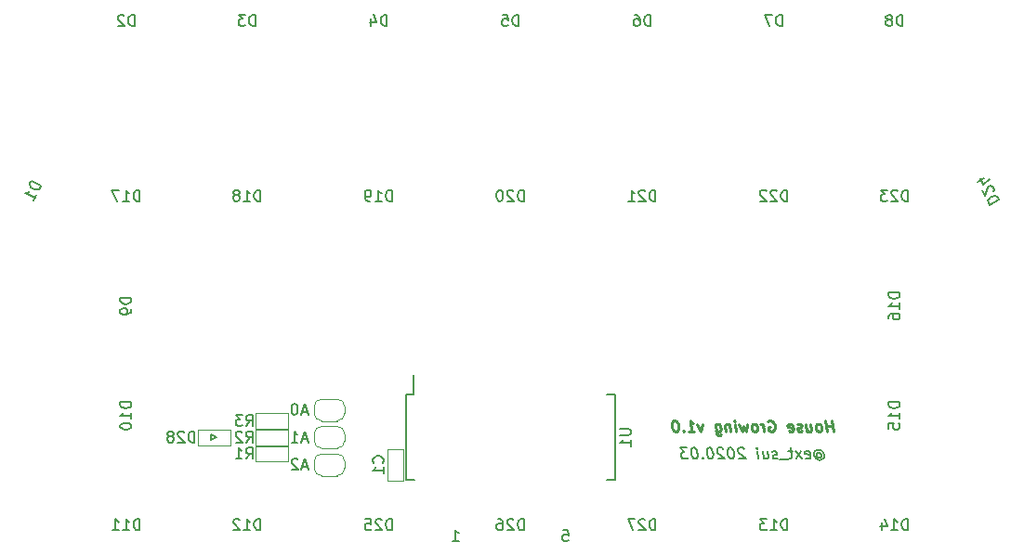
<source format=gbo>
G04 #@! TF.GenerationSoftware,KiCad,Pcbnew,(5.0.2)-1*
G04 #@! TF.CreationDate,2020-02-29T00:21:09+09:00*
G04 #@! TF.ProjectId,House,486f7573-652e-46b6-9963-61645f706362,rev?*
G04 #@! TF.SameCoordinates,Original*
G04 #@! TF.FileFunction,Legend,Bot*
G04 #@! TF.FilePolarity,Positive*
%FSLAX46Y46*%
G04 Gerber Fmt 4.6, Leading zero omitted, Abs format (unit mm)*
G04 Created by KiCad (PCBNEW (5.0.2)-1) date 2020/02/29 0:21:09*
%MOMM*%
%LPD*%
G01*
G04 APERTURE LIST*
%ADD10C,0.150000*%
%ADD11C,0.200000*%
%ADD12C,0.250000*%
%ADD13C,0.120000*%
G04 APERTURE END LIST*
D10*
X152261904Y-98452380D02*
X152738095Y-98452380D01*
X152785714Y-98928571D01*
X152738095Y-98880952D01*
X152642857Y-98833333D01*
X152404761Y-98833333D01*
X152309523Y-98880952D01*
X152261904Y-98928571D01*
X152214285Y-99023809D01*
X152214285Y-99261904D01*
X152261904Y-99357142D01*
X152309523Y-99404761D01*
X152404761Y-99452380D01*
X152642857Y-99452380D01*
X152738095Y-99404761D01*
X152785714Y-99357142D01*
X142214285Y-99452380D02*
X142785714Y-99452380D01*
X142500000Y-99452380D02*
X142500000Y-98452380D01*
X142595238Y-98595238D01*
X142690476Y-98690476D01*
X142785714Y-98738095D01*
D11*
X175401666Y-91476190D02*
X175443333Y-91428571D01*
X175532619Y-91380952D01*
X175627857Y-91380952D01*
X175729047Y-91428571D01*
X175782619Y-91476190D01*
X175842142Y-91571428D01*
X175854047Y-91666666D01*
X175818333Y-91761904D01*
X175776666Y-91809523D01*
X175687380Y-91857142D01*
X175592142Y-91857142D01*
X175490952Y-91809523D01*
X175437380Y-91761904D01*
X175389761Y-91380952D02*
X175437380Y-91761904D01*
X175395714Y-91809523D01*
X175348095Y-91809523D01*
X175246904Y-91761904D01*
X175187380Y-91666666D01*
X175157619Y-91428571D01*
X175235000Y-91285714D01*
X175365952Y-91190476D01*
X175550476Y-91142857D01*
X175746904Y-91190476D01*
X175901666Y-91285714D01*
X176014761Y-91428571D01*
X176086190Y-91619047D01*
X176062380Y-91809523D01*
X175985000Y-91952380D01*
X175854047Y-92047619D01*
X175669523Y-92095238D01*
X175473095Y-92047619D01*
X175318333Y-91952380D01*
X174407619Y-91904761D02*
X174508809Y-91952380D01*
X174699285Y-91952380D01*
X174788571Y-91904761D01*
X174824285Y-91809523D01*
X174776666Y-91428571D01*
X174717142Y-91333333D01*
X174615952Y-91285714D01*
X174425476Y-91285714D01*
X174336190Y-91333333D01*
X174300476Y-91428571D01*
X174312380Y-91523809D01*
X174800476Y-91619047D01*
X174032619Y-91952380D02*
X173425476Y-91285714D01*
X173949285Y-91285714D02*
X173508809Y-91952380D01*
X173187380Y-91285714D02*
X172806428Y-91285714D01*
X173002857Y-90952380D02*
X173110000Y-91809523D01*
X173074285Y-91904761D01*
X172985000Y-91952380D01*
X172889761Y-91952380D01*
X172806428Y-92047619D02*
X172044523Y-92047619D01*
X171836190Y-91904761D02*
X171746904Y-91952380D01*
X171556428Y-91952380D01*
X171455238Y-91904761D01*
X171395714Y-91809523D01*
X171389761Y-91761904D01*
X171425476Y-91666666D01*
X171514761Y-91619047D01*
X171657619Y-91619047D01*
X171746904Y-91571428D01*
X171782619Y-91476190D01*
X171776666Y-91428571D01*
X171717142Y-91333333D01*
X171615952Y-91285714D01*
X171473095Y-91285714D01*
X171383809Y-91333333D01*
X170473095Y-91285714D02*
X170556428Y-91952380D01*
X170901666Y-91285714D02*
X170967142Y-91809523D01*
X170931428Y-91904761D01*
X170842142Y-91952380D01*
X170699285Y-91952380D01*
X170598095Y-91904761D01*
X170544523Y-91857142D01*
X170080238Y-91952380D02*
X169996904Y-91285714D01*
X169955238Y-90952380D02*
X170008809Y-91000000D01*
X169967142Y-91047619D01*
X169913571Y-91000000D01*
X169955238Y-90952380D01*
X169967142Y-91047619D01*
X168776666Y-91047619D02*
X168723095Y-91000000D01*
X168621904Y-90952380D01*
X168383809Y-90952380D01*
X168294523Y-91000000D01*
X168252857Y-91047619D01*
X168217142Y-91142857D01*
X168229047Y-91238095D01*
X168294523Y-91380952D01*
X168937380Y-91952380D01*
X168318333Y-91952380D01*
X167574285Y-90952380D02*
X167479047Y-90952380D01*
X167389761Y-91000000D01*
X167348095Y-91047619D01*
X167312380Y-91142857D01*
X167288571Y-91333333D01*
X167318333Y-91571428D01*
X167389761Y-91761904D01*
X167449285Y-91857142D01*
X167502857Y-91904761D01*
X167604047Y-91952380D01*
X167699285Y-91952380D01*
X167788571Y-91904761D01*
X167830238Y-91857142D01*
X167865952Y-91761904D01*
X167889761Y-91571428D01*
X167860000Y-91333333D01*
X167788571Y-91142857D01*
X167729047Y-91047619D01*
X167675476Y-91000000D01*
X167574285Y-90952380D01*
X166871904Y-91047619D02*
X166818333Y-91000000D01*
X166717142Y-90952380D01*
X166479047Y-90952380D01*
X166389761Y-91000000D01*
X166348095Y-91047619D01*
X166312380Y-91142857D01*
X166324285Y-91238095D01*
X166389761Y-91380952D01*
X167032619Y-91952380D01*
X166413571Y-91952380D01*
X165669523Y-90952380D02*
X165574285Y-90952380D01*
X165485000Y-91000000D01*
X165443333Y-91047619D01*
X165407619Y-91142857D01*
X165383809Y-91333333D01*
X165413571Y-91571428D01*
X165485000Y-91761904D01*
X165544523Y-91857142D01*
X165598095Y-91904761D01*
X165699285Y-91952380D01*
X165794523Y-91952380D01*
X165883809Y-91904761D01*
X165925476Y-91857142D01*
X165961190Y-91761904D01*
X165985000Y-91571428D01*
X165955238Y-91333333D01*
X165883809Y-91142857D01*
X165824285Y-91047619D01*
X165770714Y-91000000D01*
X165669523Y-90952380D01*
X165020714Y-91857142D02*
X164979047Y-91904761D01*
X165032619Y-91952380D01*
X165074285Y-91904761D01*
X165020714Y-91857142D01*
X165032619Y-91952380D01*
X164240952Y-90952380D02*
X164145714Y-90952380D01*
X164056428Y-91000000D01*
X164014761Y-91047619D01*
X163979047Y-91142857D01*
X163955238Y-91333333D01*
X163985000Y-91571428D01*
X164056428Y-91761904D01*
X164115952Y-91857142D01*
X164169523Y-91904761D01*
X164270714Y-91952380D01*
X164365952Y-91952380D01*
X164455238Y-91904761D01*
X164496904Y-91857142D01*
X164532619Y-91761904D01*
X164556428Y-91571428D01*
X164526666Y-91333333D01*
X164455238Y-91142857D01*
X164395714Y-91047619D01*
X164342142Y-91000000D01*
X164240952Y-90952380D01*
X163574285Y-90952380D02*
X162955238Y-90952380D01*
X163336190Y-91333333D01*
X163193333Y-91333333D01*
X163104047Y-91380952D01*
X163062380Y-91428571D01*
X163026666Y-91523809D01*
X163056428Y-91761904D01*
X163115952Y-91857142D01*
X163169523Y-91904761D01*
X163270714Y-91952380D01*
X163556428Y-91952380D01*
X163645714Y-91904761D01*
X163687380Y-91857142D01*
D12*
X176893824Y-89452380D02*
X176768824Y-88452380D01*
X176828348Y-88928571D02*
X176256919Y-88928571D01*
X176322395Y-89452380D02*
X176197395Y-88452380D01*
X175703348Y-89452380D02*
X175792633Y-89404761D01*
X175834300Y-89357142D01*
X175870014Y-89261904D01*
X175834300Y-88976190D01*
X175774776Y-88880952D01*
X175721205Y-88833333D01*
X175620014Y-88785714D01*
X175477157Y-88785714D01*
X175387872Y-88833333D01*
X175346205Y-88880952D01*
X175310491Y-88976190D01*
X175346205Y-89261904D01*
X175405729Y-89357142D01*
X175459300Y-89404761D01*
X175560491Y-89452380D01*
X175703348Y-89452380D01*
X174429538Y-88785714D02*
X174512872Y-89452380D01*
X174858110Y-88785714D02*
X174923586Y-89309523D01*
X174887872Y-89404761D01*
X174798586Y-89452380D01*
X174655729Y-89452380D01*
X174554538Y-89404761D01*
X174500967Y-89357142D01*
X174078348Y-89404761D02*
X173989062Y-89452380D01*
X173798586Y-89452380D01*
X173697395Y-89404761D01*
X173637872Y-89309523D01*
X173631919Y-89261904D01*
X173667633Y-89166666D01*
X173756919Y-89119047D01*
X173899776Y-89119047D01*
X173989062Y-89071428D01*
X174024776Y-88976190D01*
X174018824Y-88928571D01*
X173959300Y-88833333D01*
X173858110Y-88785714D01*
X173715252Y-88785714D01*
X173625967Y-88833333D01*
X172840252Y-89404761D02*
X172941443Y-89452380D01*
X173131919Y-89452380D01*
X173221205Y-89404761D01*
X173256919Y-89309523D01*
X173209300Y-88928571D01*
X173149776Y-88833333D01*
X173048586Y-88785714D01*
X172858110Y-88785714D01*
X172768824Y-88833333D01*
X172733110Y-88928571D01*
X172745014Y-89023809D01*
X173233110Y-89119047D01*
X170965252Y-88500000D02*
X171054538Y-88452380D01*
X171197395Y-88452380D01*
X171346205Y-88500000D01*
X171453348Y-88595238D01*
X171512872Y-88690476D01*
X171584300Y-88880952D01*
X171602157Y-89023809D01*
X171578348Y-89214285D01*
X171542633Y-89309523D01*
X171459300Y-89404761D01*
X171322395Y-89452380D01*
X171227157Y-89452380D01*
X171078348Y-89404761D01*
X171024776Y-89357142D01*
X170983110Y-89023809D01*
X171173586Y-89023809D01*
X170608110Y-89452380D02*
X170524776Y-88785714D01*
X170548586Y-88976190D02*
X170489062Y-88880952D01*
X170435491Y-88833333D01*
X170334300Y-88785714D01*
X170239062Y-88785714D01*
X169846205Y-89452380D02*
X169935491Y-89404761D01*
X169977157Y-89357142D01*
X170012872Y-89261904D01*
X169977157Y-88976190D01*
X169917633Y-88880952D01*
X169864062Y-88833333D01*
X169762872Y-88785714D01*
X169620014Y-88785714D01*
X169530729Y-88833333D01*
X169489062Y-88880952D01*
X169453348Y-88976190D01*
X169489062Y-89261904D01*
X169548586Y-89357142D01*
X169602157Y-89404761D01*
X169703348Y-89452380D01*
X169846205Y-89452380D01*
X169096205Y-88785714D02*
X168989062Y-89452380D01*
X168739062Y-88976190D01*
X168608110Y-89452380D01*
X168334300Y-88785714D01*
X168036681Y-89452380D02*
X167953348Y-88785714D01*
X167911681Y-88452380D02*
X167965252Y-88500000D01*
X167923586Y-88547619D01*
X167870014Y-88500000D01*
X167911681Y-88452380D01*
X167923586Y-88547619D01*
X167477157Y-88785714D02*
X167560491Y-89452380D01*
X167489062Y-88880952D02*
X167435491Y-88833333D01*
X167334300Y-88785714D01*
X167191443Y-88785714D01*
X167102157Y-88833333D01*
X167066443Y-88928571D01*
X167131919Y-89452380D01*
X166143824Y-88785714D02*
X166245014Y-89595238D01*
X166304538Y-89690476D01*
X166358110Y-89738095D01*
X166459300Y-89785714D01*
X166602157Y-89785714D01*
X166691443Y-89738095D01*
X166221205Y-89404761D02*
X166322395Y-89452380D01*
X166512872Y-89452380D01*
X166602157Y-89404761D01*
X166643824Y-89357142D01*
X166679538Y-89261904D01*
X166643824Y-88976190D01*
X166584300Y-88880952D01*
X166530729Y-88833333D01*
X166429538Y-88785714D01*
X166239062Y-88785714D01*
X166149776Y-88833333D01*
X165000967Y-88785714D02*
X164846205Y-89452380D01*
X164524776Y-88785714D01*
X163703348Y-89452380D02*
X164274776Y-89452380D01*
X163989062Y-89452380D02*
X163864062Y-88452380D01*
X163977157Y-88595238D01*
X164084300Y-88690476D01*
X164185491Y-88738095D01*
X163262872Y-89357142D02*
X163221205Y-89404761D01*
X163274776Y-89452380D01*
X163316443Y-89404761D01*
X163262872Y-89357142D01*
X163274776Y-89452380D01*
X162483110Y-88452380D02*
X162387872Y-88452380D01*
X162298586Y-88500000D01*
X162256919Y-88547619D01*
X162221205Y-88642857D01*
X162197395Y-88833333D01*
X162227157Y-89071428D01*
X162298586Y-89261904D01*
X162358110Y-89357142D01*
X162411681Y-89404761D01*
X162512872Y-89452380D01*
X162608110Y-89452380D01*
X162697395Y-89404761D01*
X162739062Y-89357142D01*
X162774776Y-89261904D01*
X162798586Y-89071428D01*
X162768824Y-88833333D01*
X162697395Y-88642857D01*
X162637872Y-88547619D01*
X162584300Y-88500000D01*
X162483110Y-88452380D01*
D10*
G04 #@! TO.C,U1*
X137975000Y-86125000D02*
X138625000Y-86125000D01*
X137975000Y-93875000D02*
X138720000Y-93875000D01*
X157025000Y-93875000D02*
X156280000Y-93875000D01*
X157025000Y-86125000D02*
X156280000Y-86125000D01*
X137975000Y-86125000D02*
X137975000Y-93875000D01*
X157025000Y-86125000D02*
X157025000Y-93875000D01*
X138625000Y-86125000D02*
X138625000Y-84300000D01*
D13*
G04 #@! TO.C,JP1*
X131700000Y-93500000D02*
G75*
G03X132400000Y-92800000I0J700000D01*
G01*
X132400000Y-92200000D02*
G75*
G03X131700000Y-91500000I-700000J0D01*
G01*
X130300000Y-91500000D02*
G75*
G03X129600000Y-92200000I0J-700000D01*
G01*
X129600000Y-92800000D02*
G75*
G03X130300000Y-93500000I700000J0D01*
G01*
X129600000Y-92200000D02*
X129600000Y-92800000D01*
X131700000Y-91500000D02*
X130300000Y-91500000D01*
X132400000Y-92800000D02*
X132400000Y-92200000D01*
X130300000Y-93500000D02*
X131700000Y-93500000D01*
G04 #@! TO.C,JP2*
X130300000Y-91000000D02*
X131700000Y-91000000D01*
X132400000Y-90300000D02*
X132400000Y-89700000D01*
X131700000Y-89000000D02*
X130300000Y-89000000D01*
X129600000Y-89700000D02*
X129600000Y-90300000D01*
X129600000Y-90300000D02*
G75*
G03X130300000Y-91000000I700000J0D01*
G01*
X130300000Y-89000000D02*
G75*
G03X129600000Y-89700000I0J-700000D01*
G01*
X132400000Y-89700000D02*
G75*
G03X131700000Y-89000000I-700000J0D01*
G01*
X131700000Y-91000000D02*
G75*
G03X132400000Y-90300000I0J700000D01*
G01*
G04 #@! TO.C,JP3*
X131700000Y-88500000D02*
G75*
G03X132400000Y-87800000I0J700000D01*
G01*
X132400000Y-87200000D02*
G75*
G03X131700000Y-86500000I-700000J0D01*
G01*
X130300000Y-86500000D02*
G75*
G03X129600000Y-87200000I0J-700000D01*
G01*
X129600000Y-87800000D02*
G75*
G03X130300000Y-88500000I700000J0D01*
G01*
X129600000Y-87200000D02*
X129600000Y-87800000D01*
X131700000Y-86500000D02*
X130300000Y-86500000D01*
X132400000Y-87800000D02*
X132400000Y-87200000D01*
X130300000Y-88500000D02*
X131700000Y-88500000D01*
G04 #@! TO.C,R1*
X127200000Y-90800000D02*
X127200000Y-92200000D01*
X124300000Y-90800000D02*
X124300000Y-92200000D01*
X124300000Y-92200000D02*
X127200000Y-92200000D01*
X127200000Y-90800000D02*
X124300000Y-90800000D01*
G04 #@! TO.C,R2*
X127200000Y-89300000D02*
X124300000Y-89300000D01*
X124300000Y-90700000D02*
X127200000Y-90700000D01*
X124300000Y-89300000D02*
X124300000Y-90700000D01*
X127200000Y-89300000D02*
X127200000Y-90700000D01*
G04 #@! TO.C,R3*
X127200000Y-87800000D02*
X127200000Y-89200000D01*
X124300000Y-87800000D02*
X124300000Y-89200000D01*
X124300000Y-89200000D02*
X127200000Y-89200000D01*
X127200000Y-87800000D02*
X124300000Y-87800000D01*
D10*
G04 #@! TO.C,D28*
X120750000Y-90000000D02*
X120250000Y-90250000D01*
X120750000Y-90000000D02*
X120250000Y-89750000D01*
X120250000Y-89750000D02*
X120250000Y-90250000D01*
D13*
X121950000Y-89300000D02*
X119050000Y-89300000D01*
X119050000Y-90700000D02*
X121950000Y-90700000D01*
X119050000Y-89300000D02*
X119050000Y-90700000D01*
X121950000Y-89300000D02*
X121950000Y-90700000D01*
G04 #@! TO.C,C1*
X137700000Y-93950000D02*
X137700000Y-91050000D01*
X136300000Y-91050000D02*
X136300000Y-93950000D01*
X137700000Y-91050000D02*
X136300000Y-91050000D01*
X137700000Y-93950000D02*
X136300000Y-93950000D01*
G04 #@! TO.C,U1*
D10*
X157452380Y-89238095D02*
X158261904Y-89238095D01*
X158357142Y-89285714D01*
X158404761Y-89333333D01*
X158452380Y-89428571D01*
X158452380Y-89619047D01*
X158404761Y-89714285D01*
X158357142Y-89761904D01*
X158261904Y-89809523D01*
X157452380Y-89809523D01*
X158452380Y-90809523D02*
X158452380Y-90238095D01*
X158452380Y-90523809D02*
X157452380Y-90523809D01*
X157595238Y-90428571D01*
X157690476Y-90333333D01*
X157738095Y-90238095D01*
G04 #@! TO.C,JP1*
X128964285Y-92666666D02*
X128488095Y-92666666D01*
X129059523Y-92952380D02*
X128726190Y-91952380D01*
X128392857Y-92952380D01*
X128107142Y-92047619D02*
X128059523Y-92000000D01*
X127964285Y-91952380D01*
X127726190Y-91952380D01*
X127630952Y-92000000D01*
X127583333Y-92047619D01*
X127535714Y-92142857D01*
X127535714Y-92238095D01*
X127583333Y-92380952D01*
X128154761Y-92952380D01*
X127535714Y-92952380D01*
G04 #@! TO.C,JP2*
X128964285Y-90166666D02*
X128488095Y-90166666D01*
X129059523Y-90452380D02*
X128726190Y-89452380D01*
X128392857Y-90452380D01*
X127535714Y-90452380D02*
X128107142Y-90452380D01*
X127821428Y-90452380D02*
X127821428Y-89452380D01*
X127916666Y-89595238D01*
X128011904Y-89690476D01*
X128107142Y-89738095D01*
G04 #@! TO.C,JP3*
X128964285Y-87666666D02*
X128488095Y-87666666D01*
X129059523Y-87952380D02*
X128726190Y-86952380D01*
X128392857Y-87952380D01*
X127869047Y-86952380D02*
X127773809Y-86952380D01*
X127678571Y-87000000D01*
X127630952Y-87047619D01*
X127583333Y-87142857D01*
X127535714Y-87333333D01*
X127535714Y-87571428D01*
X127583333Y-87761904D01*
X127630952Y-87857142D01*
X127678571Y-87904761D01*
X127773809Y-87952380D01*
X127869047Y-87952380D01*
X127964285Y-87904761D01*
X128011904Y-87857142D01*
X128059523Y-87761904D01*
X128107142Y-87571428D01*
X128107142Y-87333333D01*
X128059523Y-87142857D01*
X128011904Y-87047619D01*
X127964285Y-87000000D01*
X127869047Y-86952380D01*
G04 #@! TO.C,R1*
X123416666Y-91952380D02*
X123750000Y-91476190D01*
X123988095Y-91952380D02*
X123988095Y-90952380D01*
X123607142Y-90952380D01*
X123511904Y-91000000D01*
X123464285Y-91047619D01*
X123416666Y-91142857D01*
X123416666Y-91285714D01*
X123464285Y-91380952D01*
X123511904Y-91428571D01*
X123607142Y-91476190D01*
X123988095Y-91476190D01*
X122464285Y-91952380D02*
X123035714Y-91952380D01*
X122750000Y-91952380D02*
X122750000Y-90952380D01*
X122845238Y-91095238D01*
X122940476Y-91190476D01*
X123035714Y-91238095D01*
G04 #@! TO.C,R2*
X123416666Y-90452380D02*
X123750000Y-89976190D01*
X123988095Y-90452380D02*
X123988095Y-89452380D01*
X123607142Y-89452380D01*
X123511904Y-89500000D01*
X123464285Y-89547619D01*
X123416666Y-89642857D01*
X123416666Y-89785714D01*
X123464285Y-89880952D01*
X123511904Y-89928571D01*
X123607142Y-89976190D01*
X123988095Y-89976190D01*
X123035714Y-89547619D02*
X122988095Y-89500000D01*
X122892857Y-89452380D01*
X122654761Y-89452380D01*
X122559523Y-89500000D01*
X122511904Y-89547619D01*
X122464285Y-89642857D01*
X122464285Y-89738095D01*
X122511904Y-89880952D01*
X123083333Y-90452380D01*
X122464285Y-90452380D01*
G04 #@! TO.C,R3*
X123416666Y-88952380D02*
X123750000Y-88476190D01*
X123988095Y-88952380D02*
X123988095Y-87952380D01*
X123607142Y-87952380D01*
X123511904Y-88000000D01*
X123464285Y-88047619D01*
X123416666Y-88142857D01*
X123416666Y-88285714D01*
X123464285Y-88380952D01*
X123511904Y-88428571D01*
X123607142Y-88476190D01*
X123988095Y-88476190D01*
X123083333Y-87952380D02*
X122464285Y-87952380D01*
X122797619Y-88333333D01*
X122654761Y-88333333D01*
X122559523Y-88380952D01*
X122511904Y-88428571D01*
X122464285Y-88523809D01*
X122464285Y-88761904D01*
X122511904Y-88857142D01*
X122559523Y-88904761D01*
X122654761Y-88952380D01*
X122940476Y-88952380D01*
X123035714Y-88904761D01*
X123083333Y-88857142D01*
G04 #@! TO.C,D13*
X172714285Y-98452380D02*
X172714285Y-97452380D01*
X172476190Y-97452380D01*
X172333333Y-97500000D01*
X172238095Y-97595238D01*
X172190476Y-97690476D01*
X172142857Y-97880952D01*
X172142857Y-98023809D01*
X172190476Y-98214285D01*
X172238095Y-98309523D01*
X172333333Y-98404761D01*
X172476190Y-98452380D01*
X172714285Y-98452380D01*
X171190476Y-98452380D02*
X171761904Y-98452380D01*
X171476190Y-98452380D02*
X171476190Y-97452380D01*
X171571428Y-97595238D01*
X171666666Y-97690476D01*
X171761904Y-97738095D01*
X170857142Y-97452380D02*
X170238095Y-97452380D01*
X170571428Y-97833333D01*
X170428571Y-97833333D01*
X170333333Y-97880952D01*
X170285714Y-97928571D01*
X170238095Y-98023809D01*
X170238095Y-98261904D01*
X170285714Y-98357142D01*
X170333333Y-98404761D01*
X170428571Y-98452380D01*
X170714285Y-98452380D01*
X170809523Y-98404761D01*
X170857142Y-98357142D01*
G04 #@! TO.C,D14*
X183714285Y-98452380D02*
X183714285Y-97452380D01*
X183476190Y-97452380D01*
X183333333Y-97500000D01*
X183238095Y-97595238D01*
X183190476Y-97690476D01*
X183142857Y-97880952D01*
X183142857Y-98023809D01*
X183190476Y-98214285D01*
X183238095Y-98309523D01*
X183333333Y-98404761D01*
X183476190Y-98452380D01*
X183714285Y-98452380D01*
X182190476Y-98452380D02*
X182761904Y-98452380D01*
X182476190Y-98452380D02*
X182476190Y-97452380D01*
X182571428Y-97595238D01*
X182666666Y-97690476D01*
X182761904Y-97738095D01*
X181333333Y-97785714D02*
X181333333Y-98452380D01*
X181571428Y-97404761D02*
X181809523Y-98119047D01*
X181190476Y-98119047D01*
G04 #@! TO.C,D15*
X182952380Y-86785714D02*
X181952380Y-86785714D01*
X181952380Y-87023809D01*
X182000000Y-87166666D01*
X182095238Y-87261904D01*
X182190476Y-87309523D01*
X182380952Y-87357142D01*
X182523809Y-87357142D01*
X182714285Y-87309523D01*
X182809523Y-87261904D01*
X182904761Y-87166666D01*
X182952380Y-87023809D01*
X182952380Y-86785714D01*
X182952380Y-88309523D02*
X182952380Y-87738095D01*
X182952380Y-88023809D02*
X181952380Y-88023809D01*
X182095238Y-87928571D01*
X182190476Y-87833333D01*
X182238095Y-87738095D01*
X181952380Y-89214285D02*
X181952380Y-88738095D01*
X182428571Y-88690476D01*
X182380952Y-88738095D01*
X182333333Y-88833333D01*
X182333333Y-89071428D01*
X182380952Y-89166666D01*
X182428571Y-89214285D01*
X182523809Y-89261904D01*
X182761904Y-89261904D01*
X182857142Y-89214285D01*
X182904761Y-89166666D01*
X182952380Y-89071428D01*
X182952380Y-88833333D01*
X182904761Y-88738095D01*
X182857142Y-88690476D01*
G04 #@! TO.C,D16*
X182952380Y-76785714D02*
X181952380Y-76785714D01*
X181952380Y-77023809D01*
X182000000Y-77166666D01*
X182095238Y-77261904D01*
X182190476Y-77309523D01*
X182380952Y-77357142D01*
X182523809Y-77357142D01*
X182714285Y-77309523D01*
X182809523Y-77261904D01*
X182904761Y-77166666D01*
X182952380Y-77023809D01*
X182952380Y-76785714D01*
X182952380Y-78309523D02*
X182952380Y-77738095D01*
X182952380Y-78023809D02*
X181952380Y-78023809D01*
X182095238Y-77928571D01*
X182190476Y-77833333D01*
X182238095Y-77738095D01*
X181952380Y-79166666D02*
X181952380Y-78976190D01*
X182000000Y-78880952D01*
X182047619Y-78833333D01*
X182190476Y-78738095D01*
X182380952Y-78690476D01*
X182761904Y-78690476D01*
X182857142Y-78738095D01*
X182904761Y-78785714D01*
X182952380Y-78880952D01*
X182952380Y-79071428D01*
X182904761Y-79166666D01*
X182857142Y-79214285D01*
X182761904Y-79261904D01*
X182523809Y-79261904D01*
X182428571Y-79214285D01*
X182380952Y-79166666D01*
X182333333Y-79071428D01*
X182333333Y-78880952D01*
X182380952Y-78785714D01*
X182428571Y-78738095D01*
X182523809Y-78690476D01*
G04 #@! TO.C,D17*
X113714285Y-68452380D02*
X113714285Y-67452380D01*
X113476190Y-67452380D01*
X113333333Y-67500000D01*
X113238095Y-67595238D01*
X113190476Y-67690476D01*
X113142857Y-67880952D01*
X113142857Y-68023809D01*
X113190476Y-68214285D01*
X113238095Y-68309523D01*
X113333333Y-68404761D01*
X113476190Y-68452380D01*
X113714285Y-68452380D01*
X112190476Y-68452380D02*
X112761904Y-68452380D01*
X112476190Y-68452380D02*
X112476190Y-67452380D01*
X112571428Y-67595238D01*
X112666666Y-67690476D01*
X112761904Y-67738095D01*
X111857142Y-67452380D02*
X111190476Y-67452380D01*
X111619047Y-68452380D01*
G04 #@! TO.C,D18*
X124714285Y-68452380D02*
X124714285Y-67452380D01*
X124476190Y-67452380D01*
X124333333Y-67500000D01*
X124238095Y-67595238D01*
X124190476Y-67690476D01*
X124142857Y-67880952D01*
X124142857Y-68023809D01*
X124190476Y-68214285D01*
X124238095Y-68309523D01*
X124333333Y-68404761D01*
X124476190Y-68452380D01*
X124714285Y-68452380D01*
X123190476Y-68452380D02*
X123761904Y-68452380D01*
X123476190Y-68452380D02*
X123476190Y-67452380D01*
X123571428Y-67595238D01*
X123666666Y-67690476D01*
X123761904Y-67738095D01*
X122619047Y-67880952D02*
X122714285Y-67833333D01*
X122761904Y-67785714D01*
X122809523Y-67690476D01*
X122809523Y-67642857D01*
X122761904Y-67547619D01*
X122714285Y-67500000D01*
X122619047Y-67452380D01*
X122428571Y-67452380D01*
X122333333Y-67500000D01*
X122285714Y-67547619D01*
X122238095Y-67642857D01*
X122238095Y-67690476D01*
X122285714Y-67785714D01*
X122333333Y-67833333D01*
X122428571Y-67880952D01*
X122619047Y-67880952D01*
X122714285Y-67928571D01*
X122761904Y-67976190D01*
X122809523Y-68071428D01*
X122809523Y-68261904D01*
X122761904Y-68357142D01*
X122714285Y-68404761D01*
X122619047Y-68452380D01*
X122428571Y-68452380D01*
X122333333Y-68404761D01*
X122285714Y-68357142D01*
X122238095Y-68261904D01*
X122238095Y-68071428D01*
X122285714Y-67976190D01*
X122333333Y-67928571D01*
X122428571Y-67880952D01*
G04 #@! TO.C,D19*
X136714285Y-68452380D02*
X136714285Y-67452380D01*
X136476190Y-67452380D01*
X136333333Y-67500000D01*
X136238095Y-67595238D01*
X136190476Y-67690476D01*
X136142857Y-67880952D01*
X136142857Y-68023809D01*
X136190476Y-68214285D01*
X136238095Y-68309523D01*
X136333333Y-68404761D01*
X136476190Y-68452380D01*
X136714285Y-68452380D01*
X135190476Y-68452380D02*
X135761904Y-68452380D01*
X135476190Y-68452380D02*
X135476190Y-67452380D01*
X135571428Y-67595238D01*
X135666666Y-67690476D01*
X135761904Y-67738095D01*
X134714285Y-68452380D02*
X134523809Y-68452380D01*
X134428571Y-68404761D01*
X134380952Y-68357142D01*
X134285714Y-68214285D01*
X134238095Y-68023809D01*
X134238095Y-67642857D01*
X134285714Y-67547619D01*
X134333333Y-67500000D01*
X134428571Y-67452380D01*
X134619047Y-67452380D01*
X134714285Y-67500000D01*
X134761904Y-67547619D01*
X134809523Y-67642857D01*
X134809523Y-67880952D01*
X134761904Y-67976190D01*
X134714285Y-68023809D01*
X134619047Y-68071428D01*
X134428571Y-68071428D01*
X134333333Y-68023809D01*
X134285714Y-67976190D01*
X134238095Y-67880952D01*
G04 #@! TO.C,D20*
X148714285Y-68452380D02*
X148714285Y-67452380D01*
X148476190Y-67452380D01*
X148333333Y-67500000D01*
X148238095Y-67595238D01*
X148190476Y-67690476D01*
X148142857Y-67880952D01*
X148142857Y-68023809D01*
X148190476Y-68214285D01*
X148238095Y-68309523D01*
X148333333Y-68404761D01*
X148476190Y-68452380D01*
X148714285Y-68452380D01*
X147761904Y-67547619D02*
X147714285Y-67500000D01*
X147619047Y-67452380D01*
X147380952Y-67452380D01*
X147285714Y-67500000D01*
X147238095Y-67547619D01*
X147190476Y-67642857D01*
X147190476Y-67738095D01*
X147238095Y-67880952D01*
X147809523Y-68452380D01*
X147190476Y-68452380D01*
X146571428Y-67452380D02*
X146476190Y-67452380D01*
X146380952Y-67500000D01*
X146333333Y-67547619D01*
X146285714Y-67642857D01*
X146238095Y-67833333D01*
X146238095Y-68071428D01*
X146285714Y-68261904D01*
X146333333Y-68357142D01*
X146380952Y-68404761D01*
X146476190Y-68452380D01*
X146571428Y-68452380D01*
X146666666Y-68404761D01*
X146714285Y-68357142D01*
X146761904Y-68261904D01*
X146809523Y-68071428D01*
X146809523Y-67833333D01*
X146761904Y-67642857D01*
X146714285Y-67547619D01*
X146666666Y-67500000D01*
X146571428Y-67452380D01*
G04 #@! TO.C,D21*
X160714285Y-68452380D02*
X160714285Y-67452380D01*
X160476190Y-67452380D01*
X160333333Y-67500000D01*
X160238095Y-67595238D01*
X160190476Y-67690476D01*
X160142857Y-67880952D01*
X160142857Y-68023809D01*
X160190476Y-68214285D01*
X160238095Y-68309523D01*
X160333333Y-68404761D01*
X160476190Y-68452380D01*
X160714285Y-68452380D01*
X159761904Y-67547619D02*
X159714285Y-67500000D01*
X159619047Y-67452380D01*
X159380952Y-67452380D01*
X159285714Y-67500000D01*
X159238095Y-67547619D01*
X159190476Y-67642857D01*
X159190476Y-67738095D01*
X159238095Y-67880952D01*
X159809523Y-68452380D01*
X159190476Y-68452380D01*
X158238095Y-68452380D02*
X158809523Y-68452380D01*
X158523809Y-68452380D02*
X158523809Y-67452380D01*
X158619047Y-67595238D01*
X158714285Y-67690476D01*
X158809523Y-67738095D01*
G04 #@! TO.C,D22*
X172714285Y-68452380D02*
X172714285Y-67452380D01*
X172476190Y-67452380D01*
X172333333Y-67500000D01*
X172238095Y-67595238D01*
X172190476Y-67690476D01*
X172142857Y-67880952D01*
X172142857Y-68023809D01*
X172190476Y-68214285D01*
X172238095Y-68309523D01*
X172333333Y-68404761D01*
X172476190Y-68452380D01*
X172714285Y-68452380D01*
X171761904Y-67547619D02*
X171714285Y-67500000D01*
X171619047Y-67452380D01*
X171380952Y-67452380D01*
X171285714Y-67500000D01*
X171238095Y-67547619D01*
X171190476Y-67642857D01*
X171190476Y-67738095D01*
X171238095Y-67880952D01*
X171809523Y-68452380D01*
X171190476Y-68452380D01*
X170809523Y-67547619D02*
X170761904Y-67500000D01*
X170666666Y-67452380D01*
X170428571Y-67452380D01*
X170333333Y-67500000D01*
X170285714Y-67547619D01*
X170238095Y-67642857D01*
X170238095Y-67738095D01*
X170285714Y-67880952D01*
X170857142Y-68452380D01*
X170238095Y-68452380D01*
G04 #@! TO.C,D23*
X183714285Y-68452380D02*
X183714285Y-67452380D01*
X183476190Y-67452380D01*
X183333333Y-67500000D01*
X183238095Y-67595238D01*
X183190476Y-67690476D01*
X183142857Y-67880952D01*
X183142857Y-68023809D01*
X183190476Y-68214285D01*
X183238095Y-68309523D01*
X183333333Y-68404761D01*
X183476190Y-68452380D01*
X183714285Y-68452380D01*
X182761904Y-67547619D02*
X182714285Y-67500000D01*
X182619047Y-67452380D01*
X182380952Y-67452380D01*
X182285714Y-67500000D01*
X182238095Y-67547619D01*
X182190476Y-67642857D01*
X182190476Y-67738095D01*
X182238095Y-67880952D01*
X182809523Y-68452380D01*
X182190476Y-68452380D01*
X181857142Y-67452380D02*
X181238095Y-67452380D01*
X181571428Y-67833333D01*
X181428571Y-67833333D01*
X181333333Y-67880952D01*
X181285714Y-67928571D01*
X181238095Y-68023809D01*
X181238095Y-68261904D01*
X181285714Y-68357142D01*
X181333333Y-68404761D01*
X181428571Y-68452380D01*
X181714285Y-68452380D01*
X181809523Y-68404761D01*
X181857142Y-68357142D01*
G04 #@! TO.C,D24*
X191139209Y-68788316D02*
X192033363Y-68340557D01*
X191926754Y-68127663D01*
X191820209Y-68021248D01*
X191692408Y-67978735D01*
X191585929Y-67978800D01*
X191394292Y-68021508D01*
X191266555Y-68085474D01*
X191117562Y-68213340D01*
X191053726Y-68298563D01*
X191011213Y-68426364D01*
X191032599Y-68575422D01*
X191139209Y-68788316D01*
X191521768Y-67531625D02*
X191543025Y-67467724D01*
X191542960Y-67361245D01*
X191436351Y-67148351D01*
X191351128Y-67084515D01*
X191287228Y-67063259D01*
X191180748Y-67063324D01*
X191095591Y-67105967D01*
X190989176Y-67212512D01*
X190734093Y-67979319D01*
X190456909Y-67425795D01*
X190669218Y-66360871D02*
X190073116Y-66659377D01*
X191116458Y-66403190D02*
X190584386Y-66935912D01*
X190307201Y-66382388D01*
G04 #@! TO.C,D25*
X136714285Y-98452380D02*
X136714285Y-97452380D01*
X136476190Y-97452380D01*
X136333333Y-97500000D01*
X136238095Y-97595238D01*
X136190476Y-97690476D01*
X136142857Y-97880952D01*
X136142857Y-98023809D01*
X136190476Y-98214285D01*
X136238095Y-98309523D01*
X136333333Y-98404761D01*
X136476190Y-98452380D01*
X136714285Y-98452380D01*
X135761904Y-97547619D02*
X135714285Y-97500000D01*
X135619047Y-97452380D01*
X135380952Y-97452380D01*
X135285714Y-97500000D01*
X135238095Y-97547619D01*
X135190476Y-97642857D01*
X135190476Y-97738095D01*
X135238095Y-97880952D01*
X135809523Y-98452380D01*
X135190476Y-98452380D01*
X134285714Y-97452380D02*
X134761904Y-97452380D01*
X134809523Y-97928571D01*
X134761904Y-97880952D01*
X134666666Y-97833333D01*
X134428571Y-97833333D01*
X134333333Y-97880952D01*
X134285714Y-97928571D01*
X134238095Y-98023809D01*
X134238095Y-98261904D01*
X134285714Y-98357142D01*
X134333333Y-98404761D01*
X134428571Y-98452380D01*
X134666666Y-98452380D01*
X134761904Y-98404761D01*
X134809523Y-98357142D01*
G04 #@! TO.C,D26*
X148714285Y-98452380D02*
X148714285Y-97452380D01*
X148476190Y-97452380D01*
X148333333Y-97500000D01*
X148238095Y-97595238D01*
X148190476Y-97690476D01*
X148142857Y-97880952D01*
X148142857Y-98023809D01*
X148190476Y-98214285D01*
X148238095Y-98309523D01*
X148333333Y-98404761D01*
X148476190Y-98452380D01*
X148714285Y-98452380D01*
X147761904Y-97547619D02*
X147714285Y-97500000D01*
X147619047Y-97452380D01*
X147380952Y-97452380D01*
X147285714Y-97500000D01*
X147238095Y-97547619D01*
X147190476Y-97642857D01*
X147190476Y-97738095D01*
X147238095Y-97880952D01*
X147809523Y-98452380D01*
X147190476Y-98452380D01*
X146333333Y-97452380D02*
X146523809Y-97452380D01*
X146619047Y-97500000D01*
X146666666Y-97547619D01*
X146761904Y-97690476D01*
X146809523Y-97880952D01*
X146809523Y-98261904D01*
X146761904Y-98357142D01*
X146714285Y-98404761D01*
X146619047Y-98452380D01*
X146428571Y-98452380D01*
X146333333Y-98404761D01*
X146285714Y-98357142D01*
X146238095Y-98261904D01*
X146238095Y-98023809D01*
X146285714Y-97928571D01*
X146333333Y-97880952D01*
X146428571Y-97833333D01*
X146619047Y-97833333D01*
X146714285Y-97880952D01*
X146761904Y-97928571D01*
X146809523Y-98023809D01*
G04 #@! TO.C,D27*
X160714285Y-98452380D02*
X160714285Y-97452380D01*
X160476190Y-97452380D01*
X160333333Y-97500000D01*
X160238095Y-97595238D01*
X160190476Y-97690476D01*
X160142857Y-97880952D01*
X160142857Y-98023809D01*
X160190476Y-98214285D01*
X160238095Y-98309523D01*
X160333333Y-98404761D01*
X160476190Y-98452380D01*
X160714285Y-98452380D01*
X159761904Y-97547619D02*
X159714285Y-97500000D01*
X159619047Y-97452380D01*
X159380952Y-97452380D01*
X159285714Y-97500000D01*
X159238095Y-97547619D01*
X159190476Y-97642857D01*
X159190476Y-97738095D01*
X159238095Y-97880952D01*
X159809523Y-98452380D01*
X159190476Y-98452380D01*
X158857142Y-97452380D02*
X158190476Y-97452380D01*
X158619047Y-98452380D01*
G04 #@! TO.C,D28*
X118714285Y-90452380D02*
X118714285Y-89452380D01*
X118476190Y-89452380D01*
X118333333Y-89500000D01*
X118238095Y-89595238D01*
X118190476Y-89690476D01*
X118142857Y-89880952D01*
X118142857Y-90023809D01*
X118190476Y-90214285D01*
X118238095Y-90309523D01*
X118333333Y-90404761D01*
X118476190Y-90452380D01*
X118714285Y-90452380D01*
X117761904Y-89547619D02*
X117714285Y-89500000D01*
X117619047Y-89452380D01*
X117380952Y-89452380D01*
X117285714Y-89500000D01*
X117238095Y-89547619D01*
X117190476Y-89642857D01*
X117190476Y-89738095D01*
X117238095Y-89880952D01*
X117809523Y-90452380D01*
X117190476Y-90452380D01*
X116619047Y-89880952D02*
X116714285Y-89833333D01*
X116761904Y-89785714D01*
X116809523Y-89690476D01*
X116809523Y-89642857D01*
X116761904Y-89547619D01*
X116714285Y-89500000D01*
X116619047Y-89452380D01*
X116428571Y-89452380D01*
X116333333Y-89500000D01*
X116285714Y-89547619D01*
X116238095Y-89642857D01*
X116238095Y-89690476D01*
X116285714Y-89785714D01*
X116333333Y-89833333D01*
X116428571Y-89880952D01*
X116619047Y-89880952D01*
X116714285Y-89928571D01*
X116761904Y-89976190D01*
X116809523Y-90071428D01*
X116809523Y-90261904D01*
X116761904Y-90357142D01*
X116714285Y-90404761D01*
X116619047Y-90452380D01*
X116428571Y-90452380D01*
X116333333Y-90404761D01*
X116285714Y-90357142D01*
X116238095Y-90261904D01*
X116238095Y-90071428D01*
X116285714Y-89976190D01*
X116333333Y-89928571D01*
X116428571Y-89880952D01*
G04 #@! TO.C,C1*
X135857142Y-92333333D02*
X135904761Y-92285714D01*
X135952380Y-92142857D01*
X135952380Y-92047619D01*
X135904761Y-91904761D01*
X135809523Y-91809523D01*
X135714285Y-91761904D01*
X135523809Y-91714285D01*
X135380952Y-91714285D01*
X135190476Y-91761904D01*
X135095238Y-91809523D01*
X135000000Y-91904761D01*
X134952380Y-92047619D01*
X134952380Y-92142857D01*
X135000000Y-92285714D01*
X135047619Y-92333333D01*
X135952380Y-93285714D02*
X135952380Y-92714285D01*
X135952380Y-93000000D02*
X134952380Y-93000000D01*
X135095238Y-92904761D01*
X135190476Y-92809523D01*
X135238095Y-92714285D01*
G04 #@! TO.C,D1*
X104734987Y-67042586D02*
X103840832Y-66594827D01*
X103734223Y-66807721D01*
X103712836Y-66956779D01*
X103755350Y-67084580D01*
X103819186Y-67169803D01*
X103968179Y-67297669D01*
X104095915Y-67361635D01*
X104287552Y-67404343D01*
X104394032Y-67404408D01*
X104521833Y-67361895D01*
X104628377Y-67255480D01*
X104734987Y-67042586D01*
X104052687Y-68405107D02*
X104308549Y-67894162D01*
X104180618Y-68149634D02*
X103286464Y-67701875D01*
X103456844Y-67680683D01*
X103584645Y-67638169D01*
X103669868Y-67574334D01*
G04 #@! TO.C,D2*
X113238095Y-52452380D02*
X113238095Y-51452380D01*
X113000000Y-51452380D01*
X112857142Y-51500000D01*
X112761904Y-51595238D01*
X112714285Y-51690476D01*
X112666666Y-51880952D01*
X112666666Y-52023809D01*
X112714285Y-52214285D01*
X112761904Y-52309523D01*
X112857142Y-52404761D01*
X113000000Y-52452380D01*
X113238095Y-52452380D01*
X112285714Y-51547619D02*
X112238095Y-51500000D01*
X112142857Y-51452380D01*
X111904761Y-51452380D01*
X111809523Y-51500000D01*
X111761904Y-51547619D01*
X111714285Y-51642857D01*
X111714285Y-51738095D01*
X111761904Y-51880952D01*
X112333333Y-52452380D01*
X111714285Y-52452380D01*
G04 #@! TO.C,D3*
X124238095Y-52452380D02*
X124238095Y-51452380D01*
X124000000Y-51452380D01*
X123857142Y-51500000D01*
X123761904Y-51595238D01*
X123714285Y-51690476D01*
X123666666Y-51880952D01*
X123666666Y-52023809D01*
X123714285Y-52214285D01*
X123761904Y-52309523D01*
X123857142Y-52404761D01*
X124000000Y-52452380D01*
X124238095Y-52452380D01*
X123333333Y-51452380D02*
X122714285Y-51452380D01*
X123047619Y-51833333D01*
X122904761Y-51833333D01*
X122809523Y-51880952D01*
X122761904Y-51928571D01*
X122714285Y-52023809D01*
X122714285Y-52261904D01*
X122761904Y-52357142D01*
X122809523Y-52404761D01*
X122904761Y-52452380D01*
X123190476Y-52452380D01*
X123285714Y-52404761D01*
X123333333Y-52357142D01*
G04 #@! TO.C,D4*
X136238095Y-52452380D02*
X136238095Y-51452380D01*
X136000000Y-51452380D01*
X135857142Y-51500000D01*
X135761904Y-51595238D01*
X135714285Y-51690476D01*
X135666666Y-51880952D01*
X135666666Y-52023809D01*
X135714285Y-52214285D01*
X135761904Y-52309523D01*
X135857142Y-52404761D01*
X136000000Y-52452380D01*
X136238095Y-52452380D01*
X134809523Y-51785714D02*
X134809523Y-52452380D01*
X135047619Y-51404761D02*
X135285714Y-52119047D01*
X134666666Y-52119047D01*
G04 #@! TO.C,D5*
X148238095Y-52452380D02*
X148238095Y-51452380D01*
X148000000Y-51452380D01*
X147857142Y-51500000D01*
X147761904Y-51595238D01*
X147714285Y-51690476D01*
X147666666Y-51880952D01*
X147666666Y-52023809D01*
X147714285Y-52214285D01*
X147761904Y-52309523D01*
X147857142Y-52404761D01*
X148000000Y-52452380D01*
X148238095Y-52452380D01*
X146761904Y-51452380D02*
X147238095Y-51452380D01*
X147285714Y-51928571D01*
X147238095Y-51880952D01*
X147142857Y-51833333D01*
X146904761Y-51833333D01*
X146809523Y-51880952D01*
X146761904Y-51928571D01*
X146714285Y-52023809D01*
X146714285Y-52261904D01*
X146761904Y-52357142D01*
X146809523Y-52404761D01*
X146904761Y-52452380D01*
X147142857Y-52452380D01*
X147238095Y-52404761D01*
X147285714Y-52357142D01*
G04 #@! TO.C,D6*
X160238095Y-52452380D02*
X160238095Y-51452380D01*
X160000000Y-51452380D01*
X159857142Y-51500000D01*
X159761904Y-51595238D01*
X159714285Y-51690476D01*
X159666666Y-51880952D01*
X159666666Y-52023809D01*
X159714285Y-52214285D01*
X159761904Y-52309523D01*
X159857142Y-52404761D01*
X160000000Y-52452380D01*
X160238095Y-52452380D01*
X158809523Y-51452380D02*
X159000000Y-51452380D01*
X159095238Y-51500000D01*
X159142857Y-51547619D01*
X159238095Y-51690476D01*
X159285714Y-51880952D01*
X159285714Y-52261904D01*
X159238095Y-52357142D01*
X159190476Y-52404761D01*
X159095238Y-52452380D01*
X158904761Y-52452380D01*
X158809523Y-52404761D01*
X158761904Y-52357142D01*
X158714285Y-52261904D01*
X158714285Y-52023809D01*
X158761904Y-51928571D01*
X158809523Y-51880952D01*
X158904761Y-51833333D01*
X159095238Y-51833333D01*
X159190476Y-51880952D01*
X159238095Y-51928571D01*
X159285714Y-52023809D01*
G04 #@! TO.C,D7*
X172238095Y-52452380D02*
X172238095Y-51452380D01*
X172000000Y-51452380D01*
X171857142Y-51500000D01*
X171761904Y-51595238D01*
X171714285Y-51690476D01*
X171666666Y-51880952D01*
X171666666Y-52023809D01*
X171714285Y-52214285D01*
X171761904Y-52309523D01*
X171857142Y-52404761D01*
X172000000Y-52452380D01*
X172238095Y-52452380D01*
X171333333Y-51452380D02*
X170666666Y-51452380D01*
X171095238Y-52452380D01*
G04 #@! TO.C,D8*
X183238095Y-52452380D02*
X183238095Y-51452380D01*
X183000000Y-51452380D01*
X182857142Y-51500000D01*
X182761904Y-51595238D01*
X182714285Y-51690476D01*
X182666666Y-51880952D01*
X182666666Y-52023809D01*
X182714285Y-52214285D01*
X182761904Y-52309523D01*
X182857142Y-52404761D01*
X183000000Y-52452380D01*
X183238095Y-52452380D01*
X182095238Y-51880952D02*
X182190476Y-51833333D01*
X182238095Y-51785714D01*
X182285714Y-51690476D01*
X182285714Y-51642857D01*
X182238095Y-51547619D01*
X182190476Y-51500000D01*
X182095238Y-51452380D01*
X181904761Y-51452380D01*
X181809523Y-51500000D01*
X181761904Y-51547619D01*
X181714285Y-51642857D01*
X181714285Y-51690476D01*
X181761904Y-51785714D01*
X181809523Y-51833333D01*
X181904761Y-51880952D01*
X182095238Y-51880952D01*
X182190476Y-51928571D01*
X182238095Y-51976190D01*
X182285714Y-52071428D01*
X182285714Y-52261904D01*
X182238095Y-52357142D01*
X182190476Y-52404761D01*
X182095238Y-52452380D01*
X181904761Y-52452380D01*
X181809523Y-52404761D01*
X181761904Y-52357142D01*
X181714285Y-52261904D01*
X181714285Y-52071428D01*
X181761904Y-51976190D01*
X181809523Y-51928571D01*
X181904761Y-51880952D01*
G04 #@! TO.C,D9*
X112952380Y-77261904D02*
X111952380Y-77261904D01*
X111952380Y-77500000D01*
X112000000Y-77642857D01*
X112095238Y-77738095D01*
X112190476Y-77785714D01*
X112380952Y-77833333D01*
X112523809Y-77833333D01*
X112714285Y-77785714D01*
X112809523Y-77738095D01*
X112904761Y-77642857D01*
X112952380Y-77500000D01*
X112952380Y-77261904D01*
X112952380Y-78309523D02*
X112952380Y-78500000D01*
X112904761Y-78595238D01*
X112857142Y-78642857D01*
X112714285Y-78738095D01*
X112523809Y-78785714D01*
X112142857Y-78785714D01*
X112047619Y-78738095D01*
X112000000Y-78690476D01*
X111952380Y-78595238D01*
X111952380Y-78404761D01*
X112000000Y-78309523D01*
X112047619Y-78261904D01*
X112142857Y-78214285D01*
X112380952Y-78214285D01*
X112476190Y-78261904D01*
X112523809Y-78309523D01*
X112571428Y-78404761D01*
X112571428Y-78595238D01*
X112523809Y-78690476D01*
X112476190Y-78738095D01*
X112380952Y-78785714D01*
G04 #@! TO.C,D10*
X112952380Y-86785714D02*
X111952380Y-86785714D01*
X111952380Y-87023809D01*
X112000000Y-87166666D01*
X112095238Y-87261904D01*
X112190476Y-87309523D01*
X112380952Y-87357142D01*
X112523809Y-87357142D01*
X112714285Y-87309523D01*
X112809523Y-87261904D01*
X112904761Y-87166666D01*
X112952380Y-87023809D01*
X112952380Y-86785714D01*
X112952380Y-88309523D02*
X112952380Y-87738095D01*
X112952380Y-88023809D02*
X111952380Y-88023809D01*
X112095238Y-87928571D01*
X112190476Y-87833333D01*
X112238095Y-87738095D01*
X111952380Y-88928571D02*
X111952380Y-89023809D01*
X112000000Y-89119047D01*
X112047619Y-89166666D01*
X112142857Y-89214285D01*
X112333333Y-89261904D01*
X112571428Y-89261904D01*
X112761904Y-89214285D01*
X112857142Y-89166666D01*
X112904761Y-89119047D01*
X112952380Y-89023809D01*
X112952380Y-88928571D01*
X112904761Y-88833333D01*
X112857142Y-88785714D01*
X112761904Y-88738095D01*
X112571428Y-88690476D01*
X112333333Y-88690476D01*
X112142857Y-88738095D01*
X112047619Y-88785714D01*
X112000000Y-88833333D01*
X111952380Y-88928571D01*
G04 #@! TO.C,D11*
X113714285Y-98452380D02*
X113714285Y-97452380D01*
X113476190Y-97452380D01*
X113333333Y-97500000D01*
X113238095Y-97595238D01*
X113190476Y-97690476D01*
X113142857Y-97880952D01*
X113142857Y-98023809D01*
X113190476Y-98214285D01*
X113238095Y-98309523D01*
X113333333Y-98404761D01*
X113476190Y-98452380D01*
X113714285Y-98452380D01*
X112190476Y-98452380D02*
X112761904Y-98452380D01*
X112476190Y-98452380D02*
X112476190Y-97452380D01*
X112571428Y-97595238D01*
X112666666Y-97690476D01*
X112761904Y-97738095D01*
X111238095Y-98452380D02*
X111809523Y-98452380D01*
X111523809Y-98452380D02*
X111523809Y-97452380D01*
X111619047Y-97595238D01*
X111714285Y-97690476D01*
X111809523Y-97738095D01*
G04 #@! TO.C,D12*
X124714285Y-98452380D02*
X124714285Y-97452380D01*
X124476190Y-97452380D01*
X124333333Y-97500000D01*
X124238095Y-97595238D01*
X124190476Y-97690476D01*
X124142857Y-97880952D01*
X124142857Y-98023809D01*
X124190476Y-98214285D01*
X124238095Y-98309523D01*
X124333333Y-98404761D01*
X124476190Y-98452380D01*
X124714285Y-98452380D01*
X123190476Y-98452380D02*
X123761904Y-98452380D01*
X123476190Y-98452380D02*
X123476190Y-97452380D01*
X123571428Y-97595238D01*
X123666666Y-97690476D01*
X123761904Y-97738095D01*
X122809523Y-97547619D02*
X122761904Y-97500000D01*
X122666666Y-97452380D01*
X122428571Y-97452380D01*
X122333333Y-97500000D01*
X122285714Y-97547619D01*
X122238095Y-97642857D01*
X122238095Y-97738095D01*
X122285714Y-97880952D01*
X122857142Y-98452380D01*
X122238095Y-98452380D01*
G04 #@! TD*
M02*

</source>
